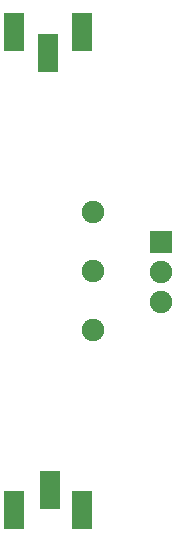
<source format=gbr>
G04 DipTrace 2.4.0.2*
%INTopMask.gbr*%
%MOIN*%
%ADD27C,0.075*%
%ADD29R,0.0671X0.1261*%
%ADD31C,0.075*%
%ADD33R,0.075X0.075*%
%FSLAX44Y44*%
G04*
G70*
G90*
G75*
G01*
%LNTopMask*%
%LPD*%
D33*
X9378Y13441D3*
D31*
Y12441D3*
Y11441D3*
D29*
X4503Y20442D3*
X5628Y19754D3*
X6753Y20442D3*
X4503Y4503D3*
X5690Y5190D3*
X6753Y4503D3*
D27*
X7113Y10505D3*
Y12473D3*
Y14442D3*
M02*

</source>
